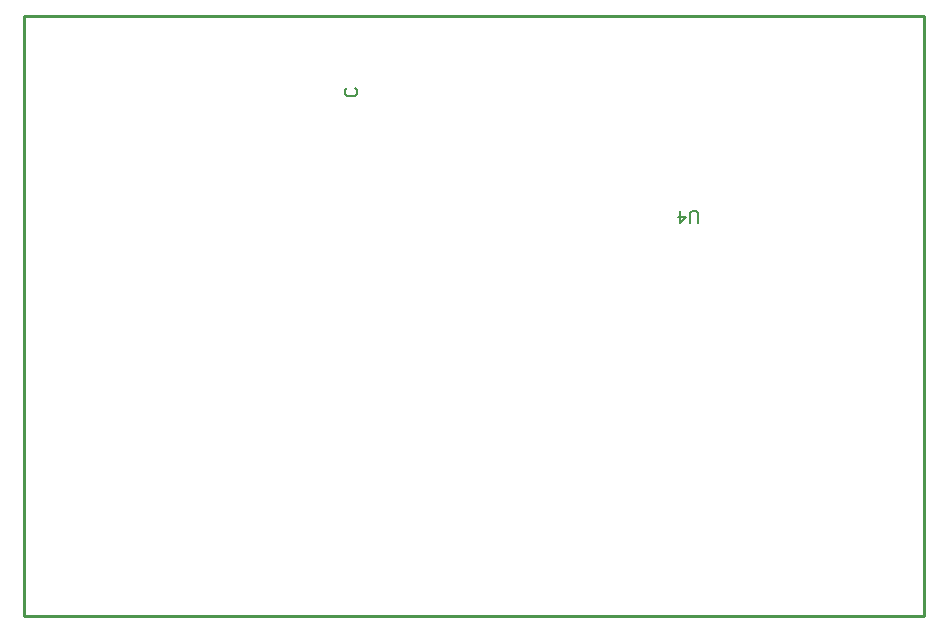
<source format=gm1>
G04*
G04 #@! TF.GenerationSoftware,Altium Limited,Altium Designer,22.1.2 (22)*
G04*
G04 Layer_Color=16711935*
%FSLAX25Y25*%
%MOIN*%
G70*
G04*
G04 #@! TF.SameCoordinates,1BA5BB5C-5110-4B30-B957-24BA070B8C90*
G04*
G04*
G04 #@! TF.FilePolarity,Positive*
G04*
G01*
G75*
%ADD13C,0.01000*%
%ADD14C,0.00600*%
%ADD47C,0.00700*%
D13*
X0Y200000D02*
X300000D01*
Y0D02*
Y200000D01*
X0Y0D02*
X300000D01*
X0D02*
Y200000D01*
D14*
X224500Y131228D02*
Y134560D01*
X223834Y135227D01*
X222501D01*
X221834Y134560D01*
Y131228D01*
X218502Y135227D02*
Y131228D01*
X220501Y133227D01*
X217835D01*
D47*
X107668Y176166D02*
X107001Y175499D01*
Y174167D01*
X107668Y173500D01*
X110334D01*
X111000Y174167D01*
Y175499D01*
X110334Y176166D01*
M02*

</source>
